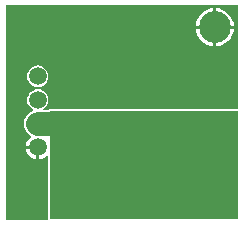
<source format=gbl>
%FSTAX23Y23*%
%MOIN*%
%SFA1B1*%

%IPPOS*%
%ADD11C,0.059100*%
%ADD20C,0.078700*%
%ADD23C,0.106300*%
%ADD24C,0.023600*%
%ADD25R,0.625800X0.360000*%
%LNvapeix_eeprom_test-1*%
%LPD*%
G36*
X02782Y03377D02*
X0278Y03376D01*
X02154*
X02149Y03374*
X02148Y03372*
X02135*
X02135Y03372*
X02133Y03377*
X0214Y03382*
X02146Y03389*
X02149Y03398*
X0215Y03407*
X02149Y03416*
X02146Y03425*
X0214Y03432*
X02132Y03438*
X02124Y03442*
X02115Y03443*
X02105Y03442*
X02097Y03438*
X02089Y03432*
X02084Y03425*
X0208Y03416*
X02079Y03407*
X0208Y03398*
X02084Y03389*
X02089Y03382*
X02097Y03376*
X02098Y03376*
Y0337*
X02092Y03368*
X02082Y03361*
X02075Y03351*
X0207Y0334*
X02069Y03328*
X0207Y03316*
X02075Y03305*
X02082Y03296*
X02084Y03294*
X02092Y03288*
X02092Y03283*
X02092Y03282*
X02086Y03278*
X0208Y03269*
X02076Y0326*
X02075Y03255*
X02115*
Y0325*
X0212*
Y0321*
X02125Y03211*
X02134Y03215*
X02142Y03221*
X02144Y03221*
X02147Y0322*
Y0301*
X02146Y03008*
X02008*
Y03722*
X02782*
Y03377*
G37*
%LNvapeix_eeprom_test-2*%
%LPC*%
G36*
X0271Y03713D02*
Y03655D01*
X02768*
X02767Y03662*
X02763Y03674*
X02757Y03685*
X02749Y03694*
X0274Y03702*
X02729Y03708*
X02717Y03712*
X0271Y03713*
G37*
G36*
X027D02*
X02692Y03712D01*
X0268Y03708*
X02669Y03702*
X0266Y03694*
X02652Y03685*
X02646Y03674*
X02642Y03662*
X02642Y03655*
X027*
Y03713*
G37*
G36*
X02768Y03645D02*
X0271D01*
Y03587*
X02717Y03587*
X02729Y03591*
X0274Y03597*
X02749Y03605*
X02757Y03614*
X02763Y03625*
X02767Y03637*
X02768Y03645*
G37*
G36*
X027D02*
X02642D01*
X02642Y03637*
X02646Y03625*
X02652Y03614*
X0266Y03605*
X02669Y03597*
X0268Y03591*
X02692Y03587*
X027Y03587*
Y03645*
G37*
G36*
X02115Y03522D02*
X02105Y0352D01*
X02097Y03517*
X02089Y03511*
X02084Y03504*
X0208Y03495*
X02079Y03486*
X0208Y03477*
X02084Y03468*
X02089Y0346*
X02097Y03455*
X02105Y03451*
X02115Y0345*
X02124Y03451*
X02132Y03455*
X0214Y0346*
X02146Y03468*
X02149Y03477*
X0215Y03486*
X02149Y03495*
X02146Y03504*
X0214Y03511*
X02132Y03517*
X02124Y0352*
X02115Y03522*
G37*
G36*
X0211Y03245D02*
X02075D01*
X02076Y03239*
X0208Y0323*
X02086Y03221*
X02095Y03215*
X02104Y03211*
X0211Y0321*
Y03245*
G37*
%LNvapeix_eeprom_test-3*%
%LPD*%
G54D11*
X02115Y03486D03*
Y03407D03*
Y0325D03*
Y03328D03*
G54D20*
X02115Y03328D02*
X02117Y03326D01*
X02183D02*
X02185Y03325D01*
X02117Y03326D02*
X02183D01*
G54D23*
X02705Y0365D03*
Y03085D03*
G54D24*
X02645Y03085D03*
X02705Y03025D03*
X02765Y03085D03*
X0266Y0304D03*
X0275D03*
X0266Y0313D03*
X0275D03*
X02195Y03325D03*
X0217Y0335D03*
Y03305D03*
X0222Y03345D03*
Y03305D03*
X02705Y03145D03*
G54D25*
X02467Y0319D03*
M02*
</source>
